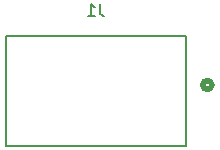
<source format=gbr>
%TF.GenerationSoftware,KiCad,Pcbnew,8.0.7*%
%TF.CreationDate,2025-02-24T23:57:51-05:00*%
%TF.ProjectId,pcb3,70636233-2e6b-4696-9361-645f70636258,rev?*%
%TF.SameCoordinates,Original*%
%TF.FileFunction,Legend,Bot*%
%TF.FilePolarity,Positive*%
%FSLAX46Y46*%
G04 Gerber Fmt 4.6, Leading zero omitted, Abs format (unit mm)*
G04 Created by KiCad (PCBNEW 8.0.7) date 2025-02-24 23:57:51*
%MOMM*%
%LPD*%
G01*
G04 APERTURE LIST*
%ADD10C,0.150000*%
%ADD11C,0.152400*%
%ADD12C,0.508000*%
G04 APERTURE END LIST*
D10*
X140308333Y-78154819D02*
X140308333Y-78869104D01*
X140308333Y-78869104D02*
X140355952Y-79011961D01*
X140355952Y-79011961D02*
X140451190Y-79107200D01*
X140451190Y-79107200D02*
X140594047Y-79154819D01*
X140594047Y-79154819D02*
X140689285Y-79154819D01*
X139308333Y-79154819D02*
X139879761Y-79154819D01*
X139594047Y-79154819D02*
X139594047Y-78154819D01*
X139594047Y-78154819D02*
X139689285Y-78297676D01*
X139689285Y-78297676D02*
X139784523Y-78392914D01*
X139784523Y-78392914D02*
X139879761Y-78440533D01*
D11*
%TO.C,J1*%
X132372999Y-80873000D02*
X132372999Y-90127000D01*
X132372999Y-90127000D02*
X147627000Y-90127000D01*
X147627000Y-80873000D02*
X132372999Y-80873000D01*
X147627000Y-90127000D02*
X147627000Y-80873000D01*
D12*
X149786000Y-85000000D02*
G75*
G02*
X149024000Y-85000000I-381000J0D01*
G01*
X149024000Y-85000000D02*
G75*
G02*
X149786000Y-85000000I381000J0D01*
G01*
%TD*%
M02*

</source>
